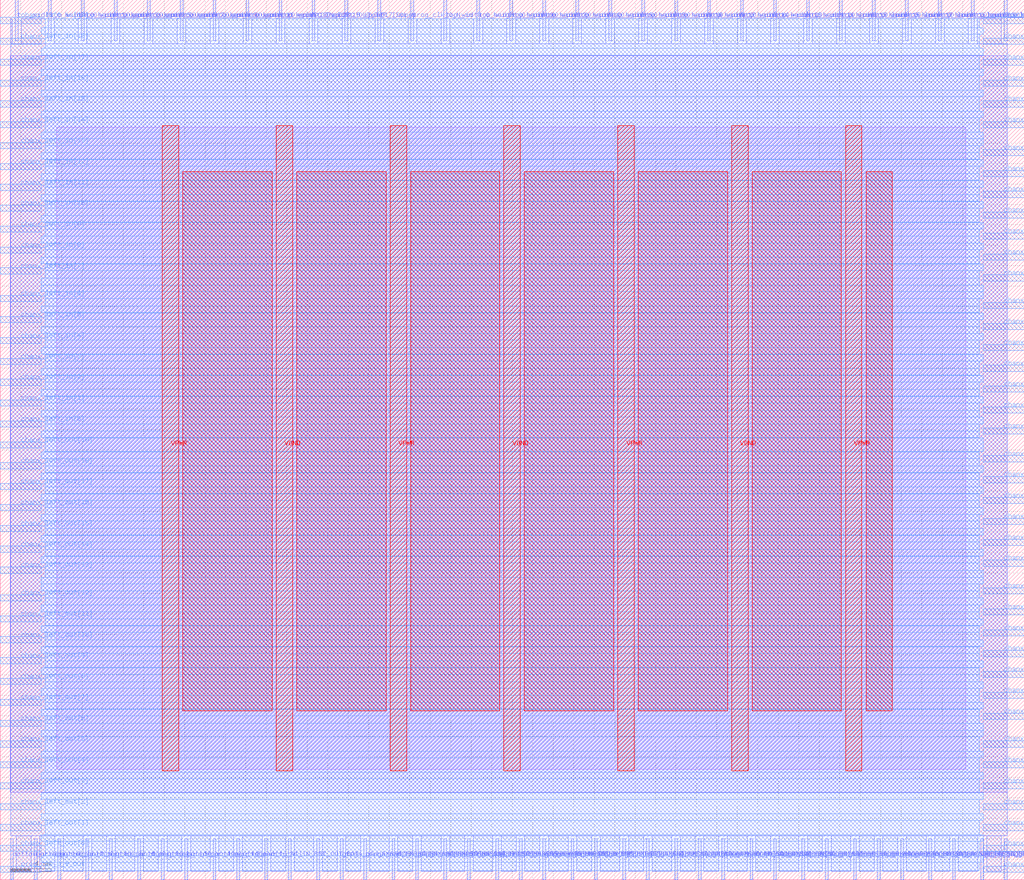
<source format=lef>
VERSION 5.7 ;
  NOWIREEXTENSIONATPIN ON ;
  DIVIDERCHAR "/" ;
  BUSBITCHARS "[]" ;
MACRO cbx_1__0_
  CLASS BLOCK ;
  FOREIGN cbx_1__0_ ;
  ORIGIN 0.000 0.000 ;
  SIZE 100.000 BY 86.000 ;
  PIN IO_ISOL_N
    DIRECTION INPUT ;
    USE SIGNAL ;
    PORT
      LAYER met2 ;
        RECT 36.890 82.000 37.170 86.000 ;
    END
  END IO_ISOL_N
  PIN SC_IN_BOT
    DIRECTION INPUT ;
    USE SIGNAL ;
    PORT
      LAYER met2 ;
        RECT 28.150 0.000 28.430 4.000 ;
    END
  END SC_IN_BOT
  PIN SC_IN_TOP
    DIRECTION INPUT ;
    USE SIGNAL ;
    PORT
      LAYER met2 ;
        RECT 30.450 82.000 30.730 86.000 ;
    END
  END SC_IN_TOP
  PIN SC_OUT_BOT
    DIRECTION OUTPUT TRISTATE ;
    USE SIGNAL ;
    PORT
      LAYER met2 ;
        RECT 30.910 0.000 31.190 4.000 ;
    END
  END SC_OUT_BOT
  PIN SC_OUT_TOP
    DIRECTION OUTPUT TRISTATE ;
    USE SIGNAL ;
    PORT
      LAYER met2 ;
        RECT 33.670 82.000 33.950 86.000 ;
    END
  END SC_OUT_TOP
  PIN VGND
    DIRECTION INPUT ;
    USE GROUND ;
    PORT
      LAYER met4 ;
        RECT 26.960 10.640 28.560 73.680 ;
    END
    PORT
      LAYER met4 ;
        RECT 49.200 10.640 50.800 73.680 ;
    END
    PORT
      LAYER met4 ;
        RECT 71.440 10.640 73.040 73.680 ;
    END
  END VGND
  PIN VPWR
    DIRECTION INPUT ;
    USE POWER ;
    PORT
      LAYER met4 ;
        RECT 15.840 10.640 17.440 73.680 ;
    END
    PORT
      LAYER met4 ;
        RECT 38.080 10.640 39.680 73.680 ;
    END
    PORT
      LAYER met4 ;
        RECT 60.320 10.640 61.920 73.680 ;
    END
    PORT
      LAYER met4 ;
        RECT 82.560 10.640 84.160 73.680 ;
    END
  END VPWR
  PIN bottom_grid_pin_0_
    DIRECTION OUTPUT TRISTATE ;
    USE SIGNAL ;
    PORT
      LAYER met2 ;
        RECT 1.010 0.000 1.290 4.000 ;
    END
  END bottom_grid_pin_0_
  PIN bottom_grid_pin_10_
    DIRECTION OUTPUT TRISTATE ;
    USE SIGNAL ;
    PORT
      LAYER met2 ;
        RECT 13.430 0.000 13.710 4.000 ;
    END
  END bottom_grid_pin_10_
  PIN bottom_grid_pin_12_
    DIRECTION OUTPUT TRISTATE ;
    USE SIGNAL ;
    PORT
      LAYER met2 ;
        RECT 15.730 0.000 16.010 4.000 ;
    END
  END bottom_grid_pin_12_
  PIN bottom_grid_pin_14_
    DIRECTION OUTPUT TRISTATE ;
    USE SIGNAL ;
    PORT
      LAYER met2 ;
        RECT 18.030 0.000 18.310 4.000 ;
    END
  END bottom_grid_pin_14_
  PIN bottom_grid_pin_16_
    DIRECTION OUTPUT TRISTATE ;
    USE SIGNAL ;
    PORT
      LAYER met2 ;
        RECT 20.790 0.000 21.070 4.000 ;
    END
  END bottom_grid_pin_16_
  PIN bottom_grid_pin_2_
    DIRECTION OUTPUT TRISTATE ;
    USE SIGNAL ;
    PORT
      LAYER met2 ;
        RECT 3.310 0.000 3.590 4.000 ;
    END
  END bottom_grid_pin_2_
  PIN bottom_grid_pin_4_
    DIRECTION OUTPUT TRISTATE ;
    USE SIGNAL ;
    PORT
      LAYER met2 ;
        RECT 5.610 0.000 5.890 4.000 ;
    END
  END bottom_grid_pin_4_
  PIN bottom_grid_pin_6_
    DIRECTION OUTPUT TRISTATE ;
    USE SIGNAL ;
    PORT
      LAYER met2 ;
        RECT 8.370 0.000 8.650 4.000 ;
    END
  END bottom_grid_pin_6_
  PIN bottom_grid_pin_8_
    DIRECTION OUTPUT TRISTATE ;
    USE SIGNAL ;
    PORT
      LAYER met2 ;
        RECT 10.670 0.000 10.950 4.000 ;
    END
  END bottom_grid_pin_8_
  PIN ccff_head
    DIRECTION INPUT ;
    USE SIGNAL ;
    PORT
      LAYER met2 ;
        RECT 23.090 0.000 23.370 4.000 ;
    END
  END ccff_head
  PIN ccff_tail
    DIRECTION OUTPUT TRISTATE ;
    USE SIGNAL ;
    PORT
      LAYER met2 ;
        RECT 25.850 0.000 26.130 4.000 ;
    END
  END ccff_tail
  PIN chanx_left_in[0]
    DIRECTION INPUT ;
    USE SIGNAL ;
    PORT
      LAYER met3 ;
        RECT 0.000 44.240 4.000 44.840 ;
    END
  END chanx_left_in[0]
  PIN chanx_left_in[10]
    DIRECTION INPUT ;
    USE SIGNAL ;
    PORT
      LAYER met3 ;
        RECT 0.000 65.320 4.000 65.920 ;
    END
  END chanx_left_in[10]
  PIN chanx_left_in[11]
    DIRECTION INPUT ;
    USE SIGNAL ;
    PORT
      LAYER met3 ;
        RECT 0.000 67.360 4.000 67.960 ;
    END
  END chanx_left_in[11]
  PIN chanx_left_in[12]
    DIRECTION INPUT ;
    USE SIGNAL ;
    PORT
      LAYER met3 ;
        RECT 0.000 69.400 4.000 70.000 ;
    END
  END chanx_left_in[12]
  PIN chanx_left_in[13]
    DIRECTION INPUT ;
    USE SIGNAL ;
    PORT
      LAYER met3 ;
        RECT 0.000 71.440 4.000 72.040 ;
    END
  END chanx_left_in[13]
  PIN chanx_left_in[14]
    DIRECTION INPUT ;
    USE SIGNAL ;
    PORT
      LAYER met3 ;
        RECT 0.000 73.480 4.000 74.080 ;
    END
  END chanx_left_in[14]
  PIN chanx_left_in[15]
    DIRECTION INPUT ;
    USE SIGNAL ;
    PORT
      LAYER met3 ;
        RECT 0.000 75.520 4.000 76.120 ;
    END
  END chanx_left_in[15]
  PIN chanx_left_in[16]
    DIRECTION INPUT ;
    USE SIGNAL ;
    PORT
      LAYER met3 ;
        RECT 0.000 77.560 4.000 78.160 ;
    END
  END chanx_left_in[16]
  PIN chanx_left_in[17]
    DIRECTION INPUT ;
    USE SIGNAL ;
    PORT
      LAYER met3 ;
        RECT 0.000 79.600 4.000 80.200 ;
    END
  END chanx_left_in[17]
  PIN chanx_left_in[18]
    DIRECTION INPUT ;
    USE SIGNAL ;
    PORT
      LAYER met3 ;
        RECT 0.000 81.640 4.000 82.240 ;
    END
  END chanx_left_in[18]
  PIN chanx_left_in[19]
    DIRECTION INPUT ;
    USE SIGNAL ;
    PORT
      LAYER met3 ;
        RECT 0.000 83.680 4.000 84.280 ;
    END
  END chanx_left_in[19]
  PIN chanx_left_in[1]
    DIRECTION INPUT ;
    USE SIGNAL ;
    PORT
      LAYER met3 ;
        RECT 0.000 46.280 4.000 46.880 ;
    END
  END chanx_left_in[1]
  PIN chanx_left_in[2]
    DIRECTION INPUT ;
    USE SIGNAL ;
    PORT
      LAYER met3 ;
        RECT 0.000 48.320 4.000 48.920 ;
    END
  END chanx_left_in[2]
  PIN chanx_left_in[3]
    DIRECTION INPUT ;
    USE SIGNAL ;
    PORT
      LAYER met3 ;
        RECT 0.000 50.360 4.000 50.960 ;
    END
  END chanx_left_in[3]
  PIN chanx_left_in[4]
    DIRECTION INPUT ;
    USE SIGNAL ;
    PORT
      LAYER met3 ;
        RECT 0.000 52.400 4.000 53.000 ;
    END
  END chanx_left_in[4]
  PIN chanx_left_in[5]
    DIRECTION INPUT ;
    USE SIGNAL ;
    PORT
      LAYER met3 ;
        RECT 0.000 54.440 4.000 55.040 ;
    END
  END chanx_left_in[5]
  PIN chanx_left_in[6]
    DIRECTION INPUT ;
    USE SIGNAL ;
    PORT
      LAYER met3 ;
        RECT 0.000 56.480 4.000 57.080 ;
    END
  END chanx_left_in[6]
  PIN chanx_left_in[7]
    DIRECTION INPUT ;
    USE SIGNAL ;
    PORT
      LAYER met3 ;
        RECT 0.000 59.200 4.000 59.800 ;
    END
  END chanx_left_in[7]
  PIN chanx_left_in[8]
    DIRECTION INPUT ;
    USE SIGNAL ;
    PORT
      LAYER met3 ;
        RECT 0.000 61.240 4.000 61.840 ;
    END
  END chanx_left_in[8]
  PIN chanx_left_in[9]
    DIRECTION INPUT ;
    USE SIGNAL ;
    PORT
      LAYER met3 ;
        RECT 0.000 63.280 4.000 63.880 ;
    END
  END chanx_left_in[9]
  PIN chanx_left_out[0]
    DIRECTION OUTPUT TRISTATE ;
    USE SIGNAL ;
    PORT
      LAYER met3 ;
        RECT 0.000 2.760 4.000 3.360 ;
    END
  END chanx_left_out[0]
  PIN chanx_left_out[10]
    DIRECTION OUTPUT TRISTATE ;
    USE SIGNAL ;
    PORT
      LAYER met3 ;
        RECT 0.000 23.160 4.000 23.760 ;
    END
  END chanx_left_out[10]
  PIN chanx_left_out[11]
    DIRECTION OUTPUT TRISTATE ;
    USE SIGNAL ;
    PORT
      LAYER met3 ;
        RECT 0.000 25.200 4.000 25.800 ;
    END
  END chanx_left_out[11]
  PIN chanx_left_out[12]
    DIRECTION OUTPUT TRISTATE ;
    USE SIGNAL ;
    PORT
      LAYER met3 ;
        RECT 0.000 27.240 4.000 27.840 ;
    END
  END chanx_left_out[12]
  PIN chanx_left_out[13]
    DIRECTION OUTPUT TRISTATE ;
    USE SIGNAL ;
    PORT
      LAYER met3 ;
        RECT 0.000 29.960 4.000 30.560 ;
    END
  END chanx_left_out[13]
  PIN chanx_left_out[14]
    DIRECTION OUTPUT TRISTATE ;
    USE SIGNAL ;
    PORT
      LAYER met3 ;
        RECT 0.000 32.000 4.000 32.600 ;
    END
  END chanx_left_out[14]
  PIN chanx_left_out[15]
    DIRECTION OUTPUT TRISTATE ;
    USE SIGNAL ;
    PORT
      LAYER met3 ;
        RECT 0.000 34.040 4.000 34.640 ;
    END
  END chanx_left_out[15]
  PIN chanx_left_out[16]
    DIRECTION OUTPUT TRISTATE ;
    USE SIGNAL ;
    PORT
      LAYER met3 ;
        RECT 0.000 36.080 4.000 36.680 ;
    END
  END chanx_left_out[16]
  PIN chanx_left_out[17]
    DIRECTION OUTPUT TRISTATE ;
    USE SIGNAL ;
    PORT
      LAYER met3 ;
        RECT 0.000 38.120 4.000 38.720 ;
    END
  END chanx_left_out[17]
  PIN chanx_left_out[18]
    DIRECTION OUTPUT TRISTATE ;
    USE SIGNAL ;
    PORT
      LAYER met3 ;
        RECT 0.000 40.160 4.000 40.760 ;
    END
  END chanx_left_out[18]
  PIN chanx_left_out[19]
    DIRECTION OUTPUT TRISTATE ;
    USE SIGNAL ;
    PORT
      LAYER met3 ;
        RECT 0.000 42.200 4.000 42.800 ;
    END
  END chanx_left_out[19]
  PIN chanx_left_out[1]
    DIRECTION OUTPUT TRISTATE ;
    USE SIGNAL ;
    PORT
      LAYER met3 ;
        RECT 0.000 4.800 4.000 5.400 ;
    END
  END chanx_left_out[1]
  PIN chanx_left_out[2]
    DIRECTION OUTPUT TRISTATE ;
    USE SIGNAL ;
    PORT
      LAYER met3 ;
        RECT 0.000 6.840 4.000 7.440 ;
    END
  END chanx_left_out[2]
  PIN chanx_left_out[3]
    DIRECTION OUTPUT TRISTATE ;
    USE SIGNAL ;
    PORT
      LAYER met3 ;
        RECT 0.000 8.880 4.000 9.480 ;
    END
  END chanx_left_out[3]
  PIN chanx_left_out[4]
    DIRECTION OUTPUT TRISTATE ;
    USE SIGNAL ;
    PORT
      LAYER met3 ;
        RECT 0.000 10.920 4.000 11.520 ;
    END
  END chanx_left_out[4]
  PIN chanx_left_out[5]
    DIRECTION OUTPUT TRISTATE ;
    USE SIGNAL ;
    PORT
      LAYER met3 ;
        RECT 0.000 12.960 4.000 13.560 ;
    END
  END chanx_left_out[5]
  PIN chanx_left_out[6]
    DIRECTION OUTPUT TRISTATE ;
    USE SIGNAL ;
    PORT
      LAYER met3 ;
        RECT 0.000 15.000 4.000 15.600 ;
    END
  END chanx_left_out[6]
  PIN chanx_left_out[7]
    DIRECTION OUTPUT TRISTATE ;
    USE SIGNAL ;
    PORT
      LAYER met3 ;
        RECT 0.000 17.040 4.000 17.640 ;
    END
  END chanx_left_out[7]
  PIN chanx_left_out[8]
    DIRECTION OUTPUT TRISTATE ;
    USE SIGNAL ;
    PORT
      LAYER met3 ;
        RECT 0.000 19.080 4.000 19.680 ;
    END
  END chanx_left_out[8]
  PIN chanx_left_out[9]
    DIRECTION OUTPUT TRISTATE ;
    USE SIGNAL ;
    PORT
      LAYER met3 ;
        RECT 0.000 21.120 4.000 21.720 ;
    END
  END chanx_left_out[9]
  PIN chanx_right_in[0]
    DIRECTION INPUT ;
    USE SIGNAL ;
    PORT
      LAYER met3 ;
        RECT 96.000 43.560 100.000 44.160 ;
    END
  END chanx_right_in[0]
  PIN chanx_right_in[10]
    DIRECTION INPUT ;
    USE SIGNAL ;
    PORT
      LAYER met3 ;
        RECT 96.000 64.640 100.000 65.240 ;
    END
  END chanx_right_in[10]
  PIN chanx_right_in[11]
    DIRECTION INPUT ;
    USE SIGNAL ;
    PORT
      LAYER met3 ;
        RECT 96.000 66.680 100.000 67.280 ;
    END
  END chanx_right_in[11]
  PIN chanx_right_in[12]
    DIRECTION INPUT ;
    USE SIGNAL ;
    PORT
      LAYER met3 ;
        RECT 96.000 68.720 100.000 69.320 ;
    END
  END chanx_right_in[12]
  PIN chanx_right_in[13]
    DIRECTION INPUT ;
    USE SIGNAL ;
    PORT
      LAYER met3 ;
        RECT 96.000 70.760 100.000 71.360 ;
    END
  END chanx_right_in[13]
  PIN chanx_right_in[14]
    DIRECTION INPUT ;
    USE SIGNAL ;
    PORT
      LAYER met3 ;
        RECT 96.000 73.480 100.000 74.080 ;
    END
  END chanx_right_in[14]
  PIN chanx_right_in[15]
    DIRECTION INPUT ;
    USE SIGNAL ;
    PORT
      LAYER met3 ;
        RECT 96.000 75.520 100.000 76.120 ;
    END
  END chanx_right_in[15]
  PIN chanx_right_in[16]
    DIRECTION INPUT ;
    USE SIGNAL ;
    PORT
      LAYER met3 ;
        RECT 96.000 77.560 100.000 78.160 ;
    END
  END chanx_right_in[16]
  PIN chanx_right_in[17]
    DIRECTION INPUT ;
    USE SIGNAL ;
    PORT
      LAYER met3 ;
        RECT 96.000 79.600 100.000 80.200 ;
    END
  END chanx_right_in[17]
  PIN chanx_right_in[18]
    DIRECTION INPUT ;
    USE SIGNAL ;
    PORT
      LAYER met3 ;
        RECT 96.000 81.640 100.000 82.240 ;
    END
  END chanx_right_in[18]
  PIN chanx_right_in[19]
    DIRECTION INPUT ;
    USE SIGNAL ;
    PORT
      LAYER met3 ;
        RECT 96.000 83.680 100.000 84.280 ;
    END
  END chanx_right_in[19]
  PIN chanx_right_in[1]
    DIRECTION INPUT ;
    USE SIGNAL ;
    PORT
      LAYER met3 ;
        RECT 96.000 45.600 100.000 46.200 ;
    END
  END chanx_right_in[1]
  PIN chanx_right_in[2]
    DIRECTION INPUT ;
    USE SIGNAL ;
    PORT
      LAYER met3 ;
        RECT 96.000 47.640 100.000 48.240 ;
    END
  END chanx_right_in[2]
  PIN chanx_right_in[3]
    DIRECTION INPUT ;
    USE SIGNAL ;
    PORT
      LAYER met3 ;
        RECT 96.000 49.680 100.000 50.280 ;
    END
  END chanx_right_in[3]
  PIN chanx_right_in[4]
    DIRECTION INPUT ;
    USE SIGNAL ;
    PORT
      LAYER met3 ;
        RECT 96.000 51.720 100.000 52.320 ;
    END
  END chanx_right_in[4]
  PIN chanx_right_in[5]
    DIRECTION INPUT ;
    USE SIGNAL ;
    PORT
      LAYER met3 ;
        RECT 96.000 53.760 100.000 54.360 ;
    END
  END chanx_right_in[5]
  PIN chanx_right_in[6]
    DIRECTION INPUT ;
    USE SIGNAL ;
    PORT
      LAYER met3 ;
        RECT 96.000 55.800 100.000 56.400 ;
    END
  END chanx_right_in[6]
  PIN chanx_right_in[7]
    DIRECTION INPUT ;
    USE SIGNAL ;
    PORT
      LAYER met3 ;
        RECT 96.000 58.520 100.000 59.120 ;
    END
  END chanx_right_in[7]
  PIN chanx_right_in[8]
    DIRECTION INPUT ;
    USE SIGNAL ;
    PORT
      LAYER met3 ;
        RECT 96.000 60.560 100.000 61.160 ;
    END
  END chanx_right_in[8]
  PIN chanx_right_in[9]
    DIRECTION INPUT ;
    USE SIGNAL ;
    PORT
      LAYER met3 ;
        RECT 96.000 62.600 100.000 63.200 ;
    END
  END chanx_right_in[9]
  PIN chanx_right_out[0]
    DIRECTION OUTPUT TRISTATE ;
    USE SIGNAL ;
    PORT
      LAYER met3 ;
        RECT 96.000 0.720 100.000 1.320 ;
    END
  END chanx_right_out[0]
  PIN chanx_right_out[10]
    DIRECTION OUTPUT TRISTATE ;
    USE SIGNAL ;
    PORT
      LAYER met3 ;
        RECT 96.000 21.800 100.000 22.400 ;
    END
  END chanx_right_out[10]
  PIN chanx_right_out[11]
    DIRECTION OUTPUT TRISTATE ;
    USE SIGNAL ;
    PORT
      LAYER met3 ;
        RECT 96.000 23.840 100.000 24.440 ;
    END
  END chanx_right_out[11]
  PIN chanx_right_out[12]
    DIRECTION OUTPUT TRISTATE ;
    USE SIGNAL ;
    PORT
      LAYER met3 ;
        RECT 96.000 25.880 100.000 26.480 ;
    END
  END chanx_right_out[12]
  PIN chanx_right_out[13]
    DIRECTION OUTPUT TRISTATE ;
    USE SIGNAL ;
    PORT
      LAYER met3 ;
        RECT 96.000 27.920 100.000 28.520 ;
    END
  END chanx_right_out[13]
  PIN chanx_right_out[14]
    DIRECTION OUTPUT TRISTATE ;
    USE SIGNAL ;
    PORT
      LAYER met3 ;
        RECT 96.000 30.640 100.000 31.240 ;
    END
  END chanx_right_out[14]
  PIN chanx_right_out[15]
    DIRECTION OUTPUT TRISTATE ;
    USE SIGNAL ;
    PORT
      LAYER met3 ;
        RECT 96.000 32.680 100.000 33.280 ;
    END
  END chanx_right_out[15]
  PIN chanx_right_out[16]
    DIRECTION OUTPUT TRISTATE ;
    USE SIGNAL ;
    PORT
      LAYER met3 ;
        RECT 96.000 34.720 100.000 35.320 ;
    END
  END chanx_right_out[16]
  PIN chanx_right_out[17]
    DIRECTION OUTPUT TRISTATE ;
    USE SIGNAL ;
    PORT
      LAYER met3 ;
        RECT 96.000 36.760 100.000 37.360 ;
    END
  END chanx_right_out[17]
  PIN chanx_right_out[18]
    DIRECTION OUTPUT TRISTATE ;
    USE SIGNAL ;
    PORT
      LAYER met3 ;
        RECT 96.000 38.800 100.000 39.400 ;
    END
  END chanx_right_out[18]
  PIN chanx_right_out[19]
    DIRECTION OUTPUT TRISTATE ;
    USE SIGNAL ;
    PORT
      LAYER met3 ;
        RECT 96.000 40.840 100.000 41.440 ;
    END
  END chanx_right_out[19]
  PIN chanx_right_out[1]
    DIRECTION OUTPUT TRISTATE ;
    USE SIGNAL ;
    PORT
      LAYER met3 ;
        RECT 96.000 2.760 100.000 3.360 ;
    END
  END chanx_right_out[1]
  PIN chanx_right_out[2]
    DIRECTION OUTPUT TRISTATE ;
    USE SIGNAL ;
    PORT
      LAYER met3 ;
        RECT 96.000 4.800 100.000 5.400 ;
    END
  END chanx_right_out[2]
  PIN chanx_right_out[3]
    DIRECTION OUTPUT TRISTATE ;
    USE SIGNAL ;
    PORT
      LAYER met3 ;
        RECT 96.000 6.840 100.000 7.440 ;
    END
  END chanx_right_out[3]
  PIN chanx_right_out[4]
    DIRECTION OUTPUT TRISTATE ;
    USE SIGNAL ;
    PORT
      LAYER met3 ;
        RECT 96.000 8.880 100.000 9.480 ;
    END
  END chanx_right_out[4]
  PIN chanx_right_out[5]
    DIRECTION OUTPUT TRISTATE ;
    USE SIGNAL ;
    PORT
      LAYER met3 ;
        RECT 96.000 10.920 100.000 11.520 ;
    END
  END chanx_right_out[5]
  PIN chanx_right_out[6]
    DIRECTION OUTPUT TRISTATE ;
    USE SIGNAL ;
    PORT
      LAYER met3 ;
        RECT 96.000 12.960 100.000 13.560 ;
    END
  END chanx_right_out[6]
  PIN chanx_right_out[7]
    DIRECTION OUTPUT TRISTATE ;
    USE SIGNAL ;
    PORT
      LAYER met3 ;
        RECT 96.000 15.680 100.000 16.280 ;
    END
  END chanx_right_out[7]
  PIN chanx_right_out[8]
    DIRECTION OUTPUT TRISTATE ;
    USE SIGNAL ;
    PORT
      LAYER met3 ;
        RECT 96.000 17.720 100.000 18.320 ;
    END
  END chanx_right_out[8]
  PIN chanx_right_out[9]
    DIRECTION OUTPUT TRISTATE ;
    USE SIGNAL ;
    PORT
      LAYER met3 ;
        RECT 96.000 19.760 100.000 20.360 ;
    END
  END chanx_right_out[9]
  PIN gfpga_pad_EMBEDDED_IO_HD_SOC_DIR[0]
    DIRECTION OUTPUT TRISTATE ;
    USE SIGNAL ;
    PORT
      LAYER met2 ;
        RECT 33.210 0.000 33.490 4.000 ;
    END
  END gfpga_pad_EMBEDDED_IO_HD_SOC_DIR[0]
  PIN gfpga_pad_EMBEDDED_IO_HD_SOC_DIR[1]
    DIRECTION OUTPUT TRISTATE ;
    USE SIGNAL ;
    PORT
      LAYER met2 ;
        RECT 35.510 0.000 35.790 4.000 ;
    END
  END gfpga_pad_EMBEDDED_IO_HD_SOC_DIR[1]
  PIN gfpga_pad_EMBEDDED_IO_HD_SOC_DIR[2]
    DIRECTION OUTPUT TRISTATE ;
    USE SIGNAL ;
    PORT
      LAYER met2 ;
        RECT 38.270 0.000 38.550 4.000 ;
    END
  END gfpga_pad_EMBEDDED_IO_HD_SOC_DIR[2]
  PIN gfpga_pad_EMBEDDED_IO_HD_SOC_DIR[3]
    DIRECTION OUTPUT TRISTATE ;
    USE SIGNAL ;
    PORT
      LAYER met2 ;
        RECT 40.570 0.000 40.850 4.000 ;
    END
  END gfpga_pad_EMBEDDED_IO_HD_SOC_DIR[3]
  PIN gfpga_pad_EMBEDDED_IO_HD_SOC_DIR[4]
    DIRECTION OUTPUT TRISTATE ;
    USE SIGNAL ;
    PORT
      LAYER met2 ;
        RECT 43.330 0.000 43.610 4.000 ;
    END
  END gfpga_pad_EMBEDDED_IO_HD_SOC_DIR[4]
  PIN gfpga_pad_EMBEDDED_IO_HD_SOC_DIR[5]
    DIRECTION OUTPUT TRISTATE ;
    USE SIGNAL ;
    PORT
      LAYER met2 ;
        RECT 45.630 0.000 45.910 4.000 ;
    END
  END gfpga_pad_EMBEDDED_IO_HD_SOC_DIR[5]
  PIN gfpga_pad_EMBEDDED_IO_HD_SOC_DIR[6]
    DIRECTION OUTPUT TRISTATE ;
    USE SIGNAL ;
    PORT
      LAYER met2 ;
        RECT 48.390 0.000 48.670 4.000 ;
    END
  END gfpga_pad_EMBEDDED_IO_HD_SOC_DIR[6]
  PIN gfpga_pad_EMBEDDED_IO_HD_SOC_DIR[7]
    DIRECTION OUTPUT TRISTATE ;
    USE SIGNAL ;
    PORT
      LAYER met2 ;
        RECT 50.690 0.000 50.970 4.000 ;
    END
  END gfpga_pad_EMBEDDED_IO_HD_SOC_DIR[7]
  PIN gfpga_pad_EMBEDDED_IO_HD_SOC_DIR[8]
    DIRECTION OUTPUT TRISTATE ;
    USE SIGNAL ;
    PORT
      LAYER met2 ;
        RECT 52.990 0.000 53.270 4.000 ;
    END
  END gfpga_pad_EMBEDDED_IO_HD_SOC_DIR[8]
  PIN gfpga_pad_EMBEDDED_IO_HD_SOC_IN[0]
    DIRECTION INPUT ;
    USE SIGNAL ;
    PORT
      LAYER met2 ;
        RECT 55.750 0.000 56.030 4.000 ;
    END
  END gfpga_pad_EMBEDDED_IO_HD_SOC_IN[0]
  PIN gfpga_pad_EMBEDDED_IO_HD_SOC_IN[1]
    DIRECTION INPUT ;
    USE SIGNAL ;
    PORT
      LAYER met2 ;
        RECT 58.050 0.000 58.330 4.000 ;
    END
  END gfpga_pad_EMBEDDED_IO_HD_SOC_IN[1]
  PIN gfpga_pad_EMBEDDED_IO_HD_SOC_IN[2]
    DIRECTION INPUT ;
    USE SIGNAL ;
    PORT
      LAYER met2 ;
        RECT 60.810 0.000 61.090 4.000 ;
    END
  END gfpga_pad_EMBEDDED_IO_HD_SOC_IN[2]
  PIN gfpga_pad_EMBEDDED_IO_HD_SOC_IN[3]
    DIRECTION INPUT ;
    USE SIGNAL ;
    PORT
      LAYER met2 ;
        RECT 63.110 0.000 63.390 4.000 ;
    END
  END gfpga_pad_EMBEDDED_IO_HD_SOC_IN[3]
  PIN gfpga_pad_EMBEDDED_IO_HD_SOC_IN[4]
    DIRECTION INPUT ;
    USE SIGNAL ;
    PORT
      LAYER met2 ;
        RECT 65.870 0.000 66.150 4.000 ;
    END
  END gfpga_pad_EMBEDDED_IO_HD_SOC_IN[4]
  PIN gfpga_pad_EMBEDDED_IO_HD_SOC_IN[5]
    DIRECTION INPUT ;
    USE SIGNAL ;
    PORT
      LAYER met2 ;
        RECT 68.170 0.000 68.450 4.000 ;
    END
  END gfpga_pad_EMBEDDED_IO_HD_SOC_IN[5]
  PIN gfpga_pad_EMBEDDED_IO_HD_SOC_IN[6]
    DIRECTION INPUT ;
    USE SIGNAL ;
    PORT
      LAYER met2 ;
        RECT 70.470 0.000 70.750 4.000 ;
    END
  END gfpga_pad_EMBEDDED_IO_HD_SOC_IN[6]
  PIN gfpga_pad_EMBEDDED_IO_HD_SOC_IN[7]
    DIRECTION INPUT ;
    USE SIGNAL ;
    PORT
      LAYER met2 ;
        RECT 73.230 0.000 73.510 4.000 ;
    END
  END gfpga_pad_EMBEDDED_IO_HD_SOC_IN[7]
  PIN gfpga_pad_EMBEDDED_IO_HD_SOC_IN[8]
    DIRECTION INPUT ;
    USE SIGNAL ;
    PORT
      LAYER met2 ;
        RECT 75.530 0.000 75.810 4.000 ;
    END
  END gfpga_pad_EMBEDDED_IO_HD_SOC_IN[8]
  PIN gfpga_pad_EMBEDDED_IO_HD_SOC_OUT[0]
    DIRECTION OUTPUT TRISTATE ;
    USE SIGNAL ;
    PORT
      LAYER met2 ;
        RECT 78.290 0.000 78.570 4.000 ;
    END
  END gfpga_pad_EMBEDDED_IO_HD_SOC_OUT[0]
  PIN gfpga_pad_EMBEDDED_IO_HD_SOC_OUT[1]
    DIRECTION OUTPUT TRISTATE ;
    USE SIGNAL ;
    PORT
      LAYER met2 ;
        RECT 80.590 0.000 80.870 4.000 ;
    END
  END gfpga_pad_EMBEDDED_IO_HD_SOC_OUT[1]
  PIN gfpga_pad_EMBEDDED_IO_HD_SOC_OUT[2]
    DIRECTION OUTPUT TRISTATE ;
    USE SIGNAL ;
    PORT
      LAYER met2 ;
        RECT 83.350 0.000 83.630 4.000 ;
    END
  END gfpga_pad_EMBEDDED_IO_HD_SOC_OUT[2]
  PIN gfpga_pad_EMBEDDED_IO_HD_SOC_OUT[3]
    DIRECTION OUTPUT TRISTATE ;
    USE SIGNAL ;
    PORT
      LAYER met2 ;
        RECT 85.650 0.000 85.930 4.000 ;
    END
  END gfpga_pad_EMBEDDED_IO_HD_SOC_OUT[3]
  PIN gfpga_pad_EMBEDDED_IO_HD_SOC_OUT[4]
    DIRECTION OUTPUT TRISTATE ;
    USE SIGNAL ;
    PORT
      LAYER met2 ;
        RECT 87.950 0.000 88.230 4.000 ;
    END
  END gfpga_pad_EMBEDDED_IO_HD_SOC_OUT[4]
  PIN gfpga_pad_EMBEDDED_IO_HD_SOC_OUT[5]
    DIRECTION OUTPUT TRISTATE ;
    USE SIGNAL ;
    PORT
      LAYER met2 ;
        RECT 90.710 0.000 90.990 4.000 ;
    END
  END gfpga_pad_EMBEDDED_IO_HD_SOC_OUT[5]
  PIN gfpga_pad_EMBEDDED_IO_HD_SOC_OUT[6]
    DIRECTION OUTPUT TRISTATE ;
    USE SIGNAL ;
    PORT
      LAYER met2 ;
        RECT 93.010 0.000 93.290 4.000 ;
    END
  END gfpga_pad_EMBEDDED_IO_HD_SOC_OUT[6]
  PIN gfpga_pad_EMBEDDED_IO_HD_SOC_OUT[7]
    DIRECTION OUTPUT TRISTATE ;
    USE SIGNAL ;
    PORT
      LAYER met2 ;
        RECT 95.770 0.000 96.050 4.000 ;
    END
  END gfpga_pad_EMBEDDED_IO_HD_SOC_OUT[7]
  PIN gfpga_pad_EMBEDDED_IO_HD_SOC_OUT[8]
    DIRECTION OUTPUT TRISTATE ;
    USE SIGNAL ;
    PORT
      LAYER met2 ;
        RECT 98.070 0.000 98.350 4.000 ;
    END
  END gfpga_pad_EMBEDDED_IO_HD_SOC_OUT[8]
  PIN prog_clk_0_N_in
    DIRECTION INPUT ;
    USE SIGNAL ;
    PORT
      LAYER met2 ;
        RECT 40.110 82.000 40.390 86.000 ;
    END
  END prog_clk_0_N_in
  PIN prog_clk_0_W_out
    DIRECTION OUTPUT TRISTATE ;
    USE SIGNAL ;
    PORT
      LAYER met3 ;
        RECT 0.000 0.720 4.000 1.320 ;
    END
  END prog_clk_0_W_out
  PIN top_width_0_height_0__pin_0_
    DIRECTION INPUT ;
    USE SIGNAL ;
    PORT
      LAYER met2 ;
        RECT 43.330 82.000 43.610 86.000 ;
    END
  END top_width_0_height_0__pin_0_
  PIN top_width_0_height_0__pin_10_
    DIRECTION INPUT ;
    USE SIGNAL ;
    PORT
      LAYER met2 ;
        RECT 59.430 82.000 59.710 86.000 ;
    END
  END top_width_0_height_0__pin_10_
  PIN top_width_0_height_0__pin_11_lower
    DIRECTION OUTPUT TRISTATE ;
    USE SIGNAL ;
    PORT
      LAYER met2 ;
        RECT 72.310 82.000 72.590 86.000 ;
    END
  END top_width_0_height_0__pin_11_lower
  PIN top_width_0_height_0__pin_11_upper
    DIRECTION OUTPUT TRISTATE ;
    USE SIGNAL ;
    PORT
      LAYER met2 ;
        RECT 17.570 82.000 17.850 86.000 ;
    END
  END top_width_0_height_0__pin_11_upper
  PIN top_width_0_height_0__pin_12_
    DIRECTION INPUT ;
    USE SIGNAL ;
    PORT
      LAYER met2 ;
        RECT 62.650 82.000 62.930 86.000 ;
    END
  END top_width_0_height_0__pin_12_
  PIN top_width_0_height_0__pin_13_lower
    DIRECTION OUTPUT TRISTATE ;
    USE SIGNAL ;
    PORT
      LAYER met2 ;
        RECT 75.530 82.000 75.810 86.000 ;
    END
  END top_width_0_height_0__pin_13_lower
  PIN top_width_0_height_0__pin_13_upper
    DIRECTION OUTPUT TRISTATE ;
    USE SIGNAL ;
    PORT
      LAYER met2 ;
        RECT 20.790 82.000 21.070 86.000 ;
    END
  END top_width_0_height_0__pin_13_upper
  PIN top_width_0_height_0__pin_14_
    DIRECTION INPUT ;
    USE SIGNAL ;
    PORT
      LAYER met2 ;
        RECT 65.870 82.000 66.150 86.000 ;
    END
  END top_width_0_height_0__pin_14_
  PIN top_width_0_height_0__pin_15_lower
    DIRECTION OUTPUT TRISTATE ;
    USE SIGNAL ;
    PORT
      LAYER met2 ;
        RECT 78.750 82.000 79.030 86.000 ;
    END
  END top_width_0_height_0__pin_15_lower
  PIN top_width_0_height_0__pin_15_upper
    DIRECTION OUTPUT TRISTATE ;
    USE SIGNAL ;
    PORT
      LAYER met2 ;
        RECT 24.010 82.000 24.290 86.000 ;
    END
  END top_width_0_height_0__pin_15_upper
  PIN top_width_0_height_0__pin_16_
    DIRECTION INPUT ;
    USE SIGNAL ;
    PORT
      LAYER met2 ;
        RECT 69.090 82.000 69.370 86.000 ;
    END
  END top_width_0_height_0__pin_16_
  PIN top_width_0_height_0__pin_17_lower
    DIRECTION OUTPUT TRISTATE ;
    USE SIGNAL ;
    PORT
      LAYER met2 ;
        RECT 81.970 82.000 82.250 86.000 ;
    END
  END top_width_0_height_0__pin_17_lower
  PIN top_width_0_height_0__pin_17_upper
    DIRECTION OUTPUT TRISTATE ;
    USE SIGNAL ;
    PORT
      LAYER met2 ;
        RECT 27.230 82.000 27.510 86.000 ;
    END
  END top_width_0_height_0__pin_17_upper
  PIN top_width_0_height_0__pin_1_lower
    DIRECTION OUTPUT TRISTATE ;
    USE SIGNAL ;
    PORT
      LAYER met2 ;
        RECT 85.190 82.000 85.470 86.000 ;
    END
  END top_width_0_height_0__pin_1_lower
  PIN top_width_0_height_0__pin_1_upper
    DIRECTION OUTPUT TRISTATE ;
    USE SIGNAL ;
    PORT
      LAYER met2 ;
        RECT 1.470 82.000 1.750 86.000 ;
    END
  END top_width_0_height_0__pin_1_upper
  PIN top_width_0_height_0__pin_2_
    DIRECTION INPUT ;
    USE SIGNAL ;
    PORT
      LAYER met2 ;
        RECT 46.550 82.000 46.830 86.000 ;
    END
  END top_width_0_height_0__pin_2_
  PIN top_width_0_height_0__pin_3_lower
    DIRECTION OUTPUT TRISTATE ;
    USE SIGNAL ;
    PORT
      LAYER met2 ;
        RECT 88.410 82.000 88.690 86.000 ;
    END
  END top_width_0_height_0__pin_3_lower
  PIN top_width_0_height_0__pin_3_upper
    DIRECTION OUTPUT TRISTATE ;
    USE SIGNAL ;
    PORT
      LAYER met2 ;
        RECT 4.690 82.000 4.970 86.000 ;
    END
  END top_width_0_height_0__pin_3_upper
  PIN top_width_0_height_0__pin_4_
    DIRECTION INPUT ;
    USE SIGNAL ;
    PORT
      LAYER met2 ;
        RECT 49.770 82.000 50.050 86.000 ;
    END
  END top_width_0_height_0__pin_4_
  PIN top_width_0_height_0__pin_5_lower
    DIRECTION OUTPUT TRISTATE ;
    USE SIGNAL ;
    PORT
      LAYER met2 ;
        RECT 91.630 82.000 91.910 86.000 ;
    END
  END top_width_0_height_0__pin_5_lower
  PIN top_width_0_height_0__pin_5_upper
    DIRECTION OUTPUT TRISTATE ;
    USE SIGNAL ;
    PORT
      LAYER met2 ;
        RECT 7.910 82.000 8.190 86.000 ;
    END
  END top_width_0_height_0__pin_5_upper
  PIN top_width_0_height_0__pin_6_
    DIRECTION INPUT ;
    USE SIGNAL ;
    PORT
      LAYER met2 ;
        RECT 52.990 82.000 53.270 86.000 ;
    END
  END top_width_0_height_0__pin_6_
  PIN top_width_0_height_0__pin_7_lower
    DIRECTION OUTPUT TRISTATE ;
    USE SIGNAL ;
    PORT
      LAYER met2 ;
        RECT 94.850 82.000 95.130 86.000 ;
    END
  END top_width_0_height_0__pin_7_lower
  PIN top_width_0_height_0__pin_7_upper
    DIRECTION OUTPUT TRISTATE ;
    USE SIGNAL ;
    PORT
      LAYER met2 ;
        RECT 11.130 82.000 11.410 86.000 ;
    END
  END top_width_0_height_0__pin_7_upper
  PIN top_width_0_height_0__pin_8_
    DIRECTION INPUT ;
    USE SIGNAL ;
    PORT
      LAYER met2 ;
        RECT 56.210 82.000 56.490 86.000 ;
    END
  END top_width_0_height_0__pin_8_
  PIN top_width_0_height_0__pin_9_lower
    DIRECTION OUTPUT TRISTATE ;
    USE SIGNAL ;
    PORT
      LAYER met2 ;
        RECT 98.070 82.000 98.350 86.000 ;
    END
  END top_width_0_height_0__pin_9_lower
  PIN top_width_0_height_0__pin_9_upper
    DIRECTION OUTPUT TRISTATE ;
    USE SIGNAL ;
    PORT
      LAYER met2 ;
        RECT 14.350 82.000 14.630 86.000 ;
    END
  END top_width_0_height_0__pin_9_upper
  OBS
      LAYER li1 ;
        RECT 5.520 10.795 94.300 73.525 ;
      LAYER met1 ;
        RECT 0.990 8.540 98.370 80.540 ;
      LAYER met2 ;
        RECT 1.020 81.720 1.190 84.165 ;
        RECT 2.030 81.720 4.410 84.165 ;
        RECT 5.250 81.720 7.630 84.165 ;
        RECT 8.470 81.720 10.850 84.165 ;
        RECT 11.690 81.720 14.070 84.165 ;
        RECT 14.910 81.720 17.290 84.165 ;
        RECT 18.130 81.720 20.510 84.165 ;
        RECT 21.350 81.720 23.730 84.165 ;
        RECT 24.570 81.720 26.950 84.165 ;
        RECT 27.790 81.720 30.170 84.165 ;
        RECT 31.010 81.720 33.390 84.165 ;
        RECT 34.230 81.720 36.610 84.165 ;
        RECT 37.450 81.720 39.830 84.165 ;
        RECT 40.670 81.720 43.050 84.165 ;
        RECT 43.890 81.720 46.270 84.165 ;
        RECT 47.110 81.720 49.490 84.165 ;
        RECT 50.330 81.720 52.710 84.165 ;
        RECT 53.550 81.720 55.930 84.165 ;
        RECT 56.770 81.720 59.150 84.165 ;
        RECT 59.990 81.720 62.370 84.165 ;
        RECT 63.210 81.720 65.590 84.165 ;
        RECT 66.430 81.720 68.810 84.165 ;
        RECT 69.650 81.720 72.030 84.165 ;
        RECT 72.870 81.720 75.250 84.165 ;
        RECT 76.090 81.720 78.470 84.165 ;
        RECT 79.310 81.720 81.690 84.165 ;
        RECT 82.530 81.720 84.910 84.165 ;
        RECT 85.750 81.720 88.130 84.165 ;
        RECT 88.970 81.720 91.350 84.165 ;
        RECT 92.190 81.720 94.570 84.165 ;
        RECT 95.410 81.720 97.790 84.165 ;
        RECT 1.020 4.280 98.340 81.720 ;
        RECT 1.570 0.835 3.030 4.280 ;
        RECT 3.870 0.835 5.330 4.280 ;
        RECT 6.170 0.835 8.090 4.280 ;
        RECT 8.930 0.835 10.390 4.280 ;
        RECT 11.230 0.835 13.150 4.280 ;
        RECT 13.990 0.835 15.450 4.280 ;
        RECT 16.290 0.835 17.750 4.280 ;
        RECT 18.590 0.835 20.510 4.280 ;
        RECT 21.350 0.835 22.810 4.280 ;
        RECT 23.650 0.835 25.570 4.280 ;
        RECT 26.410 0.835 27.870 4.280 ;
        RECT 28.710 0.835 30.630 4.280 ;
        RECT 31.470 0.835 32.930 4.280 ;
        RECT 33.770 0.835 35.230 4.280 ;
        RECT 36.070 0.835 37.990 4.280 ;
        RECT 38.830 0.835 40.290 4.280 ;
        RECT 41.130 0.835 43.050 4.280 ;
        RECT 43.890 0.835 45.350 4.280 ;
        RECT 46.190 0.835 48.110 4.280 ;
        RECT 48.950 0.835 50.410 4.280 ;
        RECT 51.250 0.835 52.710 4.280 ;
        RECT 53.550 0.835 55.470 4.280 ;
        RECT 56.310 0.835 57.770 4.280 ;
        RECT 58.610 0.835 60.530 4.280 ;
        RECT 61.370 0.835 62.830 4.280 ;
        RECT 63.670 0.835 65.590 4.280 ;
        RECT 66.430 0.835 67.890 4.280 ;
        RECT 68.730 0.835 70.190 4.280 ;
        RECT 71.030 0.835 72.950 4.280 ;
        RECT 73.790 0.835 75.250 4.280 ;
        RECT 76.090 0.835 78.010 4.280 ;
        RECT 78.850 0.835 80.310 4.280 ;
        RECT 81.150 0.835 83.070 4.280 ;
        RECT 83.910 0.835 85.370 4.280 ;
        RECT 86.210 0.835 87.670 4.280 ;
        RECT 88.510 0.835 90.430 4.280 ;
        RECT 91.270 0.835 92.730 4.280 ;
        RECT 93.570 0.835 95.490 4.280 ;
        RECT 96.330 0.835 97.790 4.280 ;
      LAYER met3 ;
        RECT 4.400 83.280 95.600 84.145 ;
        RECT 4.000 82.640 96.000 83.280 ;
        RECT 4.400 81.240 95.600 82.640 ;
        RECT 4.000 80.600 96.000 81.240 ;
        RECT 4.400 79.200 95.600 80.600 ;
        RECT 4.000 78.560 96.000 79.200 ;
        RECT 4.400 77.160 95.600 78.560 ;
        RECT 4.000 76.520 96.000 77.160 ;
        RECT 4.400 75.120 95.600 76.520 ;
        RECT 4.000 74.480 96.000 75.120 ;
        RECT 4.400 73.080 95.600 74.480 ;
        RECT 4.000 72.440 96.000 73.080 ;
        RECT 4.400 71.760 96.000 72.440 ;
        RECT 4.400 71.040 95.600 71.760 ;
        RECT 4.000 70.400 95.600 71.040 ;
        RECT 4.400 70.360 95.600 70.400 ;
        RECT 4.400 69.720 96.000 70.360 ;
        RECT 4.400 69.000 95.600 69.720 ;
        RECT 4.000 68.360 95.600 69.000 ;
        RECT 4.400 68.320 95.600 68.360 ;
        RECT 4.400 67.680 96.000 68.320 ;
        RECT 4.400 66.960 95.600 67.680 ;
        RECT 4.000 66.320 95.600 66.960 ;
        RECT 4.400 66.280 95.600 66.320 ;
        RECT 4.400 65.640 96.000 66.280 ;
        RECT 4.400 64.920 95.600 65.640 ;
        RECT 4.000 64.280 95.600 64.920 ;
        RECT 4.400 64.240 95.600 64.280 ;
        RECT 4.400 63.600 96.000 64.240 ;
        RECT 4.400 62.880 95.600 63.600 ;
        RECT 4.000 62.240 95.600 62.880 ;
        RECT 4.400 62.200 95.600 62.240 ;
        RECT 4.400 61.560 96.000 62.200 ;
        RECT 4.400 60.840 95.600 61.560 ;
        RECT 4.000 60.200 95.600 60.840 ;
        RECT 4.400 60.160 95.600 60.200 ;
        RECT 4.400 59.520 96.000 60.160 ;
        RECT 4.400 58.800 95.600 59.520 ;
        RECT 4.000 58.120 95.600 58.800 ;
        RECT 4.000 57.480 96.000 58.120 ;
        RECT 4.400 56.800 96.000 57.480 ;
        RECT 4.400 56.080 95.600 56.800 ;
        RECT 4.000 55.440 95.600 56.080 ;
        RECT 4.400 55.400 95.600 55.440 ;
        RECT 4.400 54.760 96.000 55.400 ;
        RECT 4.400 54.040 95.600 54.760 ;
        RECT 4.000 53.400 95.600 54.040 ;
        RECT 4.400 53.360 95.600 53.400 ;
        RECT 4.400 52.720 96.000 53.360 ;
        RECT 4.400 52.000 95.600 52.720 ;
        RECT 4.000 51.360 95.600 52.000 ;
        RECT 4.400 51.320 95.600 51.360 ;
        RECT 4.400 50.680 96.000 51.320 ;
        RECT 4.400 49.960 95.600 50.680 ;
        RECT 4.000 49.320 95.600 49.960 ;
        RECT 4.400 49.280 95.600 49.320 ;
        RECT 4.400 48.640 96.000 49.280 ;
        RECT 4.400 47.920 95.600 48.640 ;
        RECT 4.000 47.280 95.600 47.920 ;
        RECT 4.400 47.240 95.600 47.280 ;
        RECT 4.400 46.600 96.000 47.240 ;
        RECT 4.400 45.880 95.600 46.600 ;
        RECT 4.000 45.240 95.600 45.880 ;
        RECT 4.400 45.200 95.600 45.240 ;
        RECT 4.400 44.560 96.000 45.200 ;
        RECT 4.400 43.840 95.600 44.560 ;
        RECT 4.000 43.200 95.600 43.840 ;
        RECT 4.400 43.160 95.600 43.200 ;
        RECT 4.400 41.840 96.000 43.160 ;
        RECT 4.400 41.800 95.600 41.840 ;
        RECT 4.000 41.160 95.600 41.800 ;
        RECT 4.400 40.440 95.600 41.160 ;
        RECT 4.400 39.800 96.000 40.440 ;
        RECT 4.400 39.760 95.600 39.800 ;
        RECT 4.000 39.120 95.600 39.760 ;
        RECT 4.400 38.400 95.600 39.120 ;
        RECT 4.400 37.760 96.000 38.400 ;
        RECT 4.400 37.720 95.600 37.760 ;
        RECT 4.000 37.080 95.600 37.720 ;
        RECT 4.400 36.360 95.600 37.080 ;
        RECT 4.400 35.720 96.000 36.360 ;
        RECT 4.400 35.680 95.600 35.720 ;
        RECT 4.000 35.040 95.600 35.680 ;
        RECT 4.400 34.320 95.600 35.040 ;
        RECT 4.400 33.680 96.000 34.320 ;
        RECT 4.400 33.640 95.600 33.680 ;
        RECT 4.000 33.000 95.600 33.640 ;
        RECT 4.400 32.280 95.600 33.000 ;
        RECT 4.400 31.640 96.000 32.280 ;
        RECT 4.400 31.600 95.600 31.640 ;
        RECT 4.000 30.960 95.600 31.600 ;
        RECT 4.400 30.240 95.600 30.960 ;
        RECT 4.400 29.560 96.000 30.240 ;
        RECT 4.000 28.920 96.000 29.560 ;
        RECT 4.000 28.240 95.600 28.920 ;
        RECT 4.400 27.520 95.600 28.240 ;
        RECT 4.400 26.880 96.000 27.520 ;
        RECT 4.400 26.840 95.600 26.880 ;
        RECT 4.000 26.200 95.600 26.840 ;
        RECT 4.400 25.480 95.600 26.200 ;
        RECT 4.400 24.840 96.000 25.480 ;
        RECT 4.400 24.800 95.600 24.840 ;
        RECT 4.000 24.160 95.600 24.800 ;
        RECT 4.400 23.440 95.600 24.160 ;
        RECT 4.400 22.800 96.000 23.440 ;
        RECT 4.400 22.760 95.600 22.800 ;
        RECT 4.000 22.120 95.600 22.760 ;
        RECT 4.400 21.400 95.600 22.120 ;
        RECT 4.400 20.760 96.000 21.400 ;
        RECT 4.400 20.720 95.600 20.760 ;
        RECT 4.000 20.080 95.600 20.720 ;
        RECT 4.400 19.360 95.600 20.080 ;
        RECT 4.400 18.720 96.000 19.360 ;
        RECT 4.400 18.680 95.600 18.720 ;
        RECT 4.000 18.040 95.600 18.680 ;
        RECT 4.400 17.320 95.600 18.040 ;
        RECT 4.400 16.680 96.000 17.320 ;
        RECT 4.400 16.640 95.600 16.680 ;
        RECT 4.000 16.000 95.600 16.640 ;
        RECT 4.400 15.280 95.600 16.000 ;
        RECT 4.400 14.600 96.000 15.280 ;
        RECT 4.000 13.960 96.000 14.600 ;
        RECT 4.400 12.560 95.600 13.960 ;
        RECT 4.000 11.920 96.000 12.560 ;
        RECT 4.400 10.520 95.600 11.920 ;
        RECT 4.000 9.880 96.000 10.520 ;
        RECT 4.400 8.480 95.600 9.880 ;
        RECT 4.000 7.840 96.000 8.480 ;
        RECT 4.400 6.440 95.600 7.840 ;
        RECT 4.000 5.800 96.000 6.440 ;
        RECT 4.400 4.400 95.600 5.800 ;
        RECT 4.000 3.760 96.000 4.400 ;
        RECT 4.400 2.360 95.600 3.760 ;
        RECT 4.000 1.720 96.000 2.360 ;
        RECT 4.400 0.855 95.600 1.720 ;
      LAYER met4 ;
        RECT 17.840 16.495 26.560 69.185 ;
        RECT 28.960 16.495 37.680 69.185 ;
        RECT 40.080 16.495 48.800 69.185 ;
        RECT 51.200 16.495 59.920 69.185 ;
        RECT 62.320 16.495 71.040 69.185 ;
        RECT 73.440 16.495 82.160 69.185 ;
        RECT 84.560 16.495 87.105 69.185 ;
  END
END cbx_1__0_
END LIBRARY


</source>
